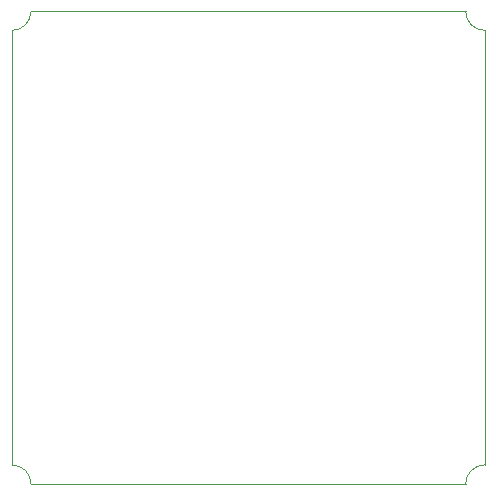
<source format=gbr>
%TF.GenerationSoftware,KiCad,Pcbnew,8.0.5*%
%TF.CreationDate,2025-01-19T00:45:46+01:00*%
%TF.ProjectId,BatteryMonitor,42617474-6572-4794-9d6f-6e69746f722e,rev?*%
%TF.SameCoordinates,Original*%
%TF.FileFunction,Profile,NP*%
%FSLAX46Y46*%
G04 Gerber Fmt 4.6, Leading zero omitted, Abs format (unit mm)*
G04 Created by KiCad (PCBNEW 8.0.5) date 2025-01-19 00:45:46*
%MOMM*%
%LPD*%
G01*
G04 APERTURE LIST*
%TA.AperFunction,Profile*%
%ADD10C,0.050000*%
%TD*%
G04 APERTURE END LIST*
D10*
X170000000Y-81600000D02*
X170000000Y-118400000D01*
X168400000Y-120000000D02*
X131600000Y-120000000D01*
X168400000Y-120000000D02*
G75*
G02*
X170000000Y-118400000I1600000J0D01*
G01*
X131600000Y-80000000D02*
G75*
G02*
X130000000Y-81600000I-1600000J0D01*
G01*
X131600000Y-80000000D02*
X168400000Y-80000000D01*
X130000000Y-118400000D02*
X130000000Y-81600000D01*
X170000000Y-81600000D02*
G75*
G02*
X168400000Y-80000000I0J1600000D01*
G01*
X130000000Y-118400000D02*
G75*
G02*
X131600000Y-120000000I0J-1600000D01*
G01*
M02*

</source>
